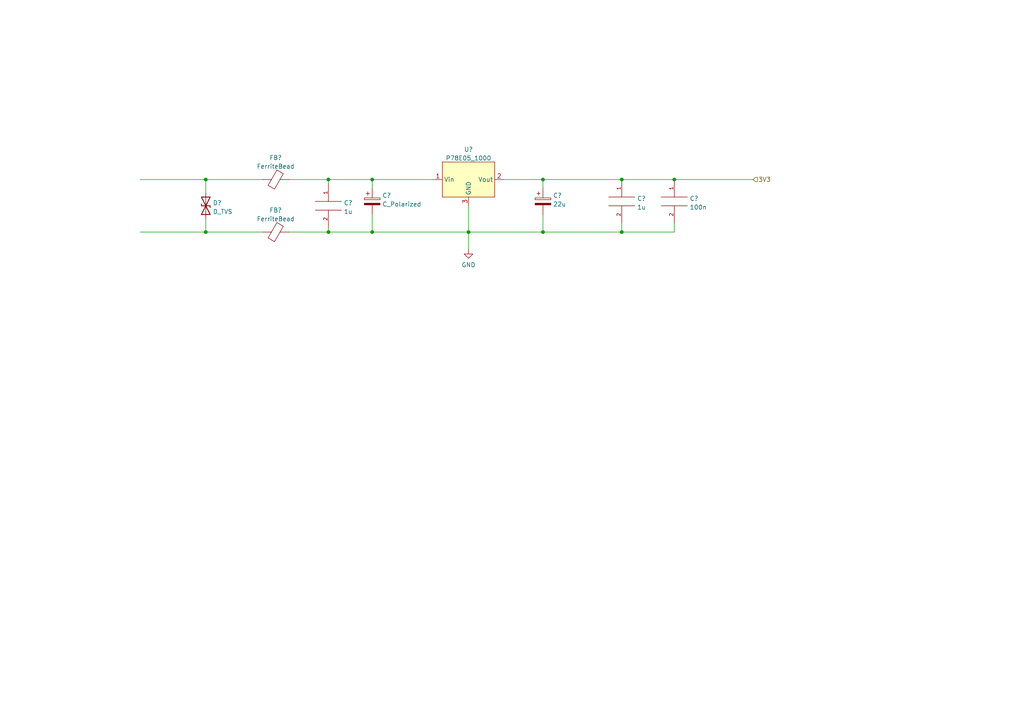
<source format=kicad_sch>
(kicad_sch (version 20211123) (generator eeschema)
  (paper "A4")
  (lib_symbols
    (symbol "Device:C_Polarized" (pin_numbers hide) (pin_names (offset 0.254))
      (property "Reference" "C" (at 0.635 2.54 0))
      (property "Value" "C_Polarized" (at 0.635 -2.54 0))
      (symbol "C_Polarized_0_1"
        (rectangle (start -2.286 0.508) (end 2.286 1.016))
        (polyline (pts (xy -1.778 2.286) (xy -0.762 2.286)))
        (polyline (pts (xy -1.27 2.794) (xy -1.27 1.778)))
        (rectangle (start 2.286 -0.508) (end -2.286 -1.016) (fill (type outline)))
      )
      (symbol "C_Polarized_1_1"
        (pin passive line (at 0 3.81 270) (length 2.794) (name "~") (number "1"))
        (pin passive line (at 0 -3.81 90) (length 2.794) (name "~") (number "2"))
      )
    )
    (symbol "Device:D_TVS" (pin_numbers hide) (pin_names (offset 1.016) hide)
      (property "Reference" "D" (at 0 2.54 0))
      (property "Value" "D_TVS" (at 0 -2.54 0))
      (symbol "D_TVS_0_1"
        (polyline (pts (xy 1.27 0) (xy -1.27 0)))
        (polyline (pts (xy 0.508 1.27) (xy 0 1.27) (xy 0 -1.27) (xy -0.508 -1.27)) (stroke (width 0.254)))
        (polyline (pts (xy -2.54 1.27) (xy -2.54 -1.27) (xy 2.54 1.27) (xy 2.54 -1.27) (xy -2.54 1.27)) (stroke (width 0.254)))
      )
      (symbol "D_TVS_1_1"
        (pin passive line (at -3.81 0 0) (length 2.54) (name "A1") (number "1"))
        (pin passive line (at 3.81 0 180) (length 2.54) (name "A2") (number "2"))
      )
    )
    (symbol "Device:FerriteBead" (pin_numbers hide) (pin_names (offset 0))
      (property "Reference" "FB" (at -3.81 0.635 90))
      (property "Value" "FerriteBead" (at 3.81 0 90))
      (symbol "FerriteBead_0_1"
        (polyline (pts (xy 0 -1.27) (xy 0 -1.2192)))
        (polyline (pts (xy 0 1.27) (xy 0 1.2954)))
        (polyline (pts (xy -2.7686 0.4064) (xy -1.7018 2.2606) (xy 2.7686 -0.3048) (xy 1.6764 -2.159) (xy -2.7686 0.4064)))
      )
      (symbol "FerriteBead_1_1"
        (pin passive line (at 0 3.81 270) (length 2.54) (name "~") (number "1"))
        (pin passive line (at 0 -3.81 90) (length 2.54) (name "~") (number "2"))
      )
    )
    (symbol "P78E05_1000:P78E05_1000"
      (property "Reference" "U" (at 0 10.16 0))
      (property "Value" "P78E05_1000" (at 0 7.62 0))
      (symbol "P78E05_1000_0_1"
        (rectangle (start -7.62 5.08) (end 7.62 -5.08) (stroke (width 0.1524)) (fill (type background)))
      )
      (symbol "P78E05_1000_1_1"
        (pin input line (at -10.16 0 0) (length 2.54) (name "Vin") (number "1"))
        (pin input line (at 10.16 0 180) (length 2.54) (name "Vout") (number "2"))
        (pin input line (at 0 -7.62 90) (length 2.54) (name "GND") (number "3"))
      )
    )
    (symbol "power:GND" (power) (pin_names (offset 0))
      (property "Value" "GND" (at 0 -3.81 0))
      (symbol "GND_0_1"
        (polyline (pts (xy 0 0) (xy 0 -1.27) (xy 1.27 -1.27) (xy 0 -2.54) (xy -1.27 -1.27) (xy 0 -1.27)))
      )
      (symbol "GND_1_1"
        (pin power_in line (at 0 0 270) (length 0) hide (name "GND") (number "1"))
      )
    )
    (symbol "pspice:C" (pin_names (offset 0.254))
      (property "Reference" "C" (at 2.54 3.81 90))
      (property "Value" "C" (at 2.54 -3.81 90))
      (symbol "C_0_1"
        (polyline (pts (xy -3.81 -1.27) (xy 3.81 -1.27)))
        (polyline (pts (xy -3.81 1.27) (xy 3.81 1.27)))
      )
      (symbol "C_1_1"
        (pin passive line (at 0 6.35 270) (length 5.08) (name "~") (number "1"))
        (pin passive line (at 0 -6.35 90) (length 5.08) (name "~") (number "2"))
      )
    )
  )
  (junction (at 180.34 67.31))
  (junction (at 195.58 52.07))
  (junction (at 95.25 67.31))
  (junction (at 157.48 52.07))
  (junction (at 107.95 67.31))
  (junction (at 59.69 52.07))
  (junction (at 107.95 52.07))
  (junction (at 157.48 67.31))
  (junction (at 180.34 52.07))
  (junction (at 95.25 52.07))
  (junction (at 59.69 67.31))
  (junction (at 135.89 67.31))
  (wire (pts (xy 195.58 52.07) (xy 218.44 52.07)))
  (wire (pts (xy 107.95 52.07) (xy 125.73 52.07)))
  (wire (pts (xy 59.69 63.5) (xy 59.69 67.31)))
  (wire (pts (xy 135.89 67.31) (xy 157.48 67.31)))
  (wire (pts (xy 83.82 52.07) (xy 95.25 52.07)))
  (wire (pts (xy 107.95 62.23) (xy 107.95 67.31)))
  (wire (pts (xy 157.48 52.07) (xy 180.34 52.07)))
  (wire (pts (xy 83.82 67.31) (xy 95.25 67.31)))
  (wire (pts (xy 95.25 67.31) (xy 107.95 67.31)))
  (wire (pts (xy 146.05 52.07) (xy 157.48 52.07)))
  (wire (pts (xy 180.34 64.77) (xy 180.34 67.31)))
  (wire (pts (xy 135.89 59.69) (xy 135.89 67.31)))
  (wire (pts (xy 107.95 54.61) (xy 107.95 52.07)))
  (wire (pts (xy 59.69 67.31) (xy 76.2 67.31)))
  (wire (pts (xy 95.25 52.07) (xy 95.25 53.34)))
  (wire (pts (xy 40.64 52.07) (xy 59.69 52.07)))
  (wire (pts (xy 195.58 64.77) (xy 195.58 67.31)))
  (wire (pts (xy 135.89 67.31) (xy 135.89 72.39)))
  (wire (pts (xy 59.69 55.88) (xy 59.69 52.07)))
  (wire (pts (xy 157.48 54.61) (xy 157.48 52.07)))
  (wire (pts (xy 95.25 52.07) (xy 107.95 52.07)))
  (wire (pts (xy 40.64 67.31) (xy 59.69 67.31)))
  (wire (pts (xy 180.34 52.07) (xy 195.58 52.07)))
  (wire (pts (xy 180.34 67.31) (xy 157.48 67.31)))
  (wire (pts (xy 95.25 66.04) (xy 95.25 67.31)))
  (wire (pts (xy 195.58 67.31) (xy 180.34 67.31)))
  (wire (pts (xy 157.48 67.31) (xy 157.48 62.23)))
  (wire (pts (xy 135.89 67.31) (xy 107.95 67.31)))
  (wire (pts (xy 59.69 52.07) (xy 76.2 52.07)))
  (hierarchical_label "3V3" (shape input) (at 218.44 52.07 0))
  (symbol (lib_id "Device:D_TVS") (at 59.69 59.69 90) (unit 1)
    (property "Reference" "D?" (at 61.722 58.8553 90) (effects (justify right)))
    (property "Value" "D_TVS" (at 61.722 61.3922 90) (effects (justify right)))
  )
  (symbol (lib_id "Device:C_Polarized") (at 107.95 58.42 0) (unit 1)
    (property "Reference" "C?" (at 110.871 56.6963 0) (effects (justify left)))
    (property "Value" "C_Polarized" (at 110.871 59.2332 0) (effects (justify left)))
  )
  (symbol (lib_id "power:GND") (at 135.89 72.39 0) (unit 1)
    (property "Reference" "#PWR?" (effects hide))
    (property "Value" "GND" (at 135.89 76.8334 0))
  )
  (symbol (lib_id "pspice:C") (at 180.34 58.42 0) (unit 1)
    (property "Reference" "C?" (at 184.785 57.5853 0) (effects (justify left)))
    (property "Value" "1u" (at 184.785 60.1222 0) (effects (justify left)))
  )
  (symbol (lib_id "pspice:C") (at 195.58 58.42 0) (unit 1)
    (property "Reference" "C?" (at 200.025 57.5853 0) (effects (justify left)))
    (property "Value" "100n" (at 200.025 60.1222 0) (effects (justify left)))
  )
  (symbol (lib_id "P78E05_1000:P78E05_1000") (at 135.89 52.07 0) (unit 1)
    (property "Reference" "U?" (at 135.89 43.341 0))
    (property "Value" "P78E05_1000" (at 135.89 45.8779 0))
  )
  (symbol (lib_id "pspice:C") (at 95.25 59.69 0) (unit 1)
    (property "Reference" "C?" (at 99.695 58.8553 0) (effects (justify left)))
    (property "Value" "1u" (at 99.695 61.3922 0) (effects (justify left)))
  )
  (symbol (lib_id "Device:FerriteBead") (at 80.01 67.31 90) (unit 1)
    (property "Reference" "FB?" (at 79.9592 60.9686 90))
    (property "Value" "FerriteBead" (at 79.9592 63.5055 90))
  )
  (symbol (lib_id "Device:FerriteBead") (at 80.01 52.07 90) (unit 1)
    (property "Reference" "FB?" (at 79.9592 45.7286 90))
    (property "Value" "FerriteBead" (at 79.9592 48.2655 90))
  )
  (symbol (lib_id "Device:C_Polarized") (at 157.48 58.42 0) (unit 1)
    (property "Reference" "C?" (at 160.401 56.6963 0) (effects (justify left)))
    (property "Value" "22u" (at 160.401 59.2332 0) (effects (justify left)))
  )
)
</source>
